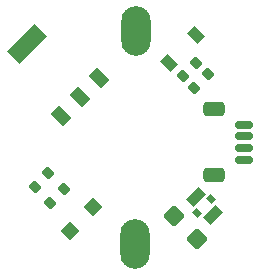
<source format=gbr>
%TF.GenerationSoftware,KiCad,Pcbnew,(5.99.0-11604-g878538abff)*%
%TF.CreationDate,2021-08-06T13:26:27+02:00*%
%TF.ProjectId,pixel-pump-motor-board,70697865-6c2d-4707-956d-702d6d6f746f,rev?*%
%TF.SameCoordinates,Original*%
%TF.FileFunction,Soldermask,Top*%
%TF.FilePolarity,Negative*%
%FSLAX46Y46*%
G04 Gerber Fmt 4.6, Leading zero omitted, Abs format (unit mm)*
G04 Created by KiCad (PCBNEW (5.99.0-11604-g878538abff)) date 2021-08-06 13:26:27*
%MOMM*%
%LPD*%
G01*
G04 APERTURE LIST*
G04 Aperture macros list*
%AMRoundRect*
0 Rectangle with rounded corners*
0 $1 Rounding radius*
0 $2 $3 $4 $5 $6 $7 $8 $9 X,Y pos of 4 corners*
0 Add a 4 corners polygon primitive as box body*
4,1,4,$2,$3,$4,$5,$6,$7,$8,$9,$2,$3,0*
0 Add four circle primitives for the rounded corners*
1,1,$1+$1,$2,$3*
1,1,$1+$1,$4,$5*
1,1,$1+$1,$6,$7*
1,1,$1+$1,$8,$9*
0 Add four rect primitives between the rounded corners*
20,1,$1+$1,$2,$3,$4,$5,0*
20,1,$1+$1,$4,$5,$6,$7,0*
20,1,$1+$1,$6,$7,$8,$9,0*
20,1,$1+$1,$8,$9,$2,$3,0*%
%AMRotRect*
0 Rectangle, with rotation*
0 The origin of the aperture is its center*
0 $1 length*
0 $2 width*
0 $3 Rotation angle, in degrees counterclockwise*
0 Add horizontal line*
21,1,$1,$2,0,0,$3*%
G04 Aperture macros list end*
%ADD10RotRect,0.863600X1.473200X315.000000*%
%ADD11RotRect,0.685800X0.533400X315.000000*%
%ADD12RotRect,0.990600X1.498600X45.000000*%
%ADD13RotRect,3.276600X1.498600X45.000000*%
%ADD14O,2.500000X4.200000*%
%ADD15RoundRect,0.250000X0.618718X-0.017678X-0.017678X0.618718X-0.618718X0.017678X0.017678X-0.618718X0*%
%ADD16RoundRect,0.150000X0.625000X-0.150000X0.625000X0.150000X-0.625000X0.150000X-0.625000X-0.150000X0*%
%ADD17RoundRect,0.250000X0.650000X-0.350000X0.650000X0.350000X-0.650000X0.350000X-0.650000X-0.350000X0*%
%ADD18RoundRect,0.200000X0.053033X-0.335876X0.335876X-0.053033X-0.053033X0.335876X-0.335876X0.053033X0*%
%ADD19RotRect,0.900000X1.200000X45.000000*%
%ADD20RoundRect,0.200000X-0.053033X0.335876X-0.335876X0.053033X0.053033X-0.335876X0.335876X-0.053033X0*%
%ADD21RotRect,1.100000X1.100000X45.000000*%
G04 APERTURE END LIST*
D10*
%TO.C,U1*%
X85163619Y-63763619D03*
X86636381Y-65236381D03*
D11*
X86483717Y-63916283D03*
X85316283Y-65083717D03*
%TD*%
D12*
%TO.C,Q1*%
X73760138Y-56868030D03*
X75376584Y-55251584D03*
X76993030Y-53635138D03*
D13*
X70922377Y-50797377D03*
%TD*%
D14*
%TO.C,J3*%
X80100000Y-49675000D03*
%TD*%
D15*
%TO.C,C1*%
X85254594Y-67254594D03*
X83345406Y-65345406D03*
%TD*%
D16*
%TO.C,J1*%
X89275000Y-60600000D03*
X89275000Y-59600000D03*
X89275000Y-58600000D03*
X89275000Y-57600000D03*
D17*
X86750000Y-61900000D03*
X86750000Y-56300000D03*
%TD*%
D18*
%TO.C,R1*%
X72822637Y-64235763D03*
X73989363Y-63069037D03*
%TD*%
%TO.C,R4*%
X84066637Y-53508363D03*
X85233363Y-52341637D03*
%TD*%
D14*
%TO.C,J2*%
X80025000Y-67675000D03*
%TD*%
D18*
%TO.C,R2*%
X71527237Y-62889563D03*
X72693963Y-61722837D03*
%TD*%
D19*
%TO.C,D2*%
X82883274Y-52366726D03*
X85216726Y-50033274D03*
%TD*%
D20*
%TO.C,R3*%
X86208363Y-53291637D03*
X85041637Y-54458363D03*
%TD*%
D21*
%TO.C,D1*%
X74510051Y-66589949D03*
X76489949Y-64610051D03*
%TD*%
M02*

</source>
